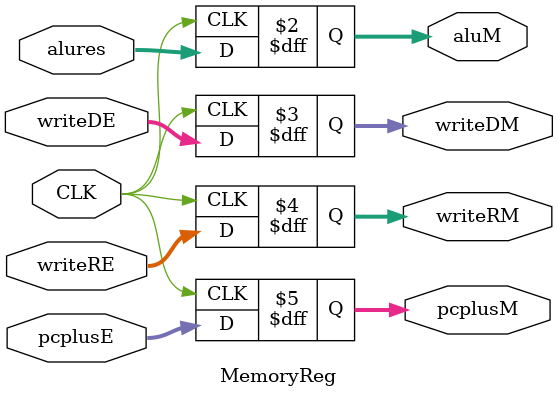
<source format=v>
`timescale 1ns / 1ps
module MemoryReg #(parameter M = 32 , N = 5)  ( input CLK ,  

																input [M-1:0] alures , 			// control signal inputs
																input [M-1:0] writeDE ,			// ALU result , write dataM and write Reg M 										
																input [N-1:0] writeRE ,
														    	input [M-1:0] pcplusE ,			// PCplus1 value
																
																output reg [M-1:0] aluM , 
																output reg [M-1:0] writeDM ,
																output reg [N-1:0] writeRM ,
																output reg [M-1:0] pcplusM);	
																
always @(posedge CLK) begin

		aluM 	  <= alures;
		writeDM <= writeDE;
		writeRM <= writeRE;	
		pcplusM <= pcplusE;
		
end

endmodule

</source>
